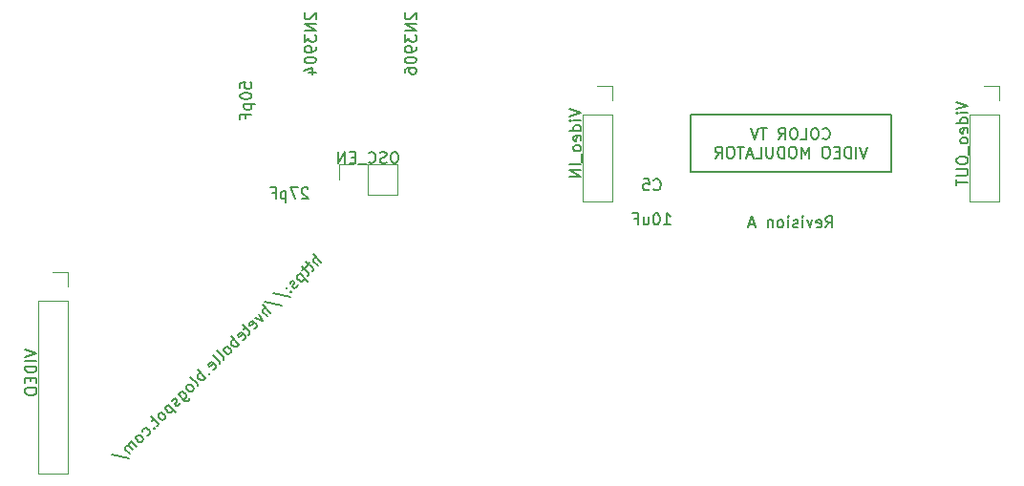
<source format=gbo>
G04 #@! TF.FileFunction,Legend,Bot*
%FSLAX46Y46*%
G04 Gerber Fmt 4.6, Leading zero omitted, Abs format (unit mm)*
G04 Created by KiCad (PCBNEW 4.0.7) date 02/20/19 17:10:50*
%MOMM*%
%LPD*%
G01*
G04 APERTURE LIST*
%ADD10C,0.100000*%
%ADD11C,0.150000*%
%ADD12C,0.200000*%
%ADD13C,0.120000*%
G04 APERTURE END LIST*
D10*
D11*
X126658333Y-57317143D02*
X126705952Y-57364762D01*
X126848809Y-57412381D01*
X126944047Y-57412381D01*
X127086905Y-57364762D01*
X127182143Y-57269524D01*
X127229762Y-57174286D01*
X127277381Y-56983810D01*
X127277381Y-56840952D01*
X127229762Y-56650476D01*
X127182143Y-56555238D01*
X127086905Y-56460000D01*
X126944047Y-56412381D01*
X126848809Y-56412381D01*
X126705952Y-56460000D01*
X126658333Y-56507619D01*
X126039286Y-56412381D02*
X125848809Y-56412381D01*
X125753571Y-56460000D01*
X125658333Y-56555238D01*
X125610714Y-56745714D01*
X125610714Y-57079048D01*
X125658333Y-57269524D01*
X125753571Y-57364762D01*
X125848809Y-57412381D01*
X126039286Y-57412381D01*
X126134524Y-57364762D01*
X126229762Y-57269524D01*
X126277381Y-57079048D01*
X126277381Y-56745714D01*
X126229762Y-56555238D01*
X126134524Y-56460000D01*
X126039286Y-56412381D01*
X124705952Y-57412381D02*
X125182143Y-57412381D01*
X125182143Y-56412381D01*
X124182143Y-56412381D02*
X123991666Y-56412381D01*
X123896428Y-56460000D01*
X123801190Y-56555238D01*
X123753571Y-56745714D01*
X123753571Y-57079048D01*
X123801190Y-57269524D01*
X123896428Y-57364762D01*
X123991666Y-57412381D01*
X124182143Y-57412381D01*
X124277381Y-57364762D01*
X124372619Y-57269524D01*
X124420238Y-57079048D01*
X124420238Y-56745714D01*
X124372619Y-56555238D01*
X124277381Y-56460000D01*
X124182143Y-56412381D01*
X122753571Y-57412381D02*
X123086905Y-56936190D01*
X123325000Y-57412381D02*
X123325000Y-56412381D01*
X122944047Y-56412381D01*
X122848809Y-56460000D01*
X122801190Y-56507619D01*
X122753571Y-56602857D01*
X122753571Y-56745714D01*
X122801190Y-56840952D01*
X122848809Y-56888571D01*
X122944047Y-56936190D01*
X123325000Y-56936190D01*
X121705952Y-56412381D02*
X121134523Y-56412381D01*
X121420238Y-57412381D02*
X121420238Y-56412381D01*
X120944047Y-56412381D02*
X120610714Y-57412381D01*
X120277380Y-56412381D01*
X130610714Y-58062381D02*
X130277381Y-59062381D01*
X129944047Y-58062381D01*
X129610714Y-59062381D02*
X129610714Y-58062381D01*
X129134524Y-59062381D02*
X129134524Y-58062381D01*
X128896429Y-58062381D01*
X128753571Y-58110000D01*
X128658333Y-58205238D01*
X128610714Y-58300476D01*
X128563095Y-58490952D01*
X128563095Y-58633810D01*
X128610714Y-58824286D01*
X128658333Y-58919524D01*
X128753571Y-59014762D01*
X128896429Y-59062381D01*
X129134524Y-59062381D01*
X128134524Y-58538571D02*
X127801190Y-58538571D01*
X127658333Y-59062381D02*
X128134524Y-59062381D01*
X128134524Y-58062381D01*
X127658333Y-58062381D01*
X127039286Y-58062381D02*
X126848809Y-58062381D01*
X126753571Y-58110000D01*
X126658333Y-58205238D01*
X126610714Y-58395714D01*
X126610714Y-58729048D01*
X126658333Y-58919524D01*
X126753571Y-59014762D01*
X126848809Y-59062381D01*
X127039286Y-59062381D01*
X127134524Y-59014762D01*
X127229762Y-58919524D01*
X127277381Y-58729048D01*
X127277381Y-58395714D01*
X127229762Y-58205238D01*
X127134524Y-58110000D01*
X127039286Y-58062381D01*
X125420238Y-59062381D02*
X125420238Y-58062381D01*
X125086904Y-58776667D01*
X124753571Y-58062381D01*
X124753571Y-59062381D01*
X124086905Y-58062381D02*
X123896428Y-58062381D01*
X123801190Y-58110000D01*
X123705952Y-58205238D01*
X123658333Y-58395714D01*
X123658333Y-58729048D01*
X123705952Y-58919524D01*
X123801190Y-59014762D01*
X123896428Y-59062381D01*
X124086905Y-59062381D01*
X124182143Y-59014762D01*
X124277381Y-58919524D01*
X124325000Y-58729048D01*
X124325000Y-58395714D01*
X124277381Y-58205238D01*
X124182143Y-58110000D01*
X124086905Y-58062381D01*
X123229762Y-59062381D02*
X123229762Y-58062381D01*
X122991667Y-58062381D01*
X122848809Y-58110000D01*
X122753571Y-58205238D01*
X122705952Y-58300476D01*
X122658333Y-58490952D01*
X122658333Y-58633810D01*
X122705952Y-58824286D01*
X122753571Y-58919524D01*
X122848809Y-59014762D01*
X122991667Y-59062381D01*
X123229762Y-59062381D01*
X122229762Y-58062381D02*
X122229762Y-58871905D01*
X122182143Y-58967143D01*
X122134524Y-59014762D01*
X122039286Y-59062381D01*
X121848809Y-59062381D01*
X121753571Y-59014762D01*
X121705952Y-58967143D01*
X121658333Y-58871905D01*
X121658333Y-58062381D01*
X120705952Y-59062381D02*
X121182143Y-59062381D01*
X121182143Y-58062381D01*
X120420238Y-58776667D02*
X119944047Y-58776667D01*
X120515476Y-59062381D02*
X120182143Y-58062381D01*
X119848809Y-59062381D01*
X119658333Y-58062381D02*
X119086904Y-58062381D01*
X119372619Y-59062381D02*
X119372619Y-58062381D01*
X118563095Y-58062381D02*
X118372618Y-58062381D01*
X118277380Y-58110000D01*
X118182142Y-58205238D01*
X118134523Y-58395714D01*
X118134523Y-58729048D01*
X118182142Y-58919524D01*
X118277380Y-59014762D01*
X118372618Y-59062381D01*
X118563095Y-59062381D01*
X118658333Y-59014762D01*
X118753571Y-58919524D01*
X118801190Y-58729048D01*
X118801190Y-58395714D01*
X118753571Y-58205238D01*
X118658333Y-58110000D01*
X118563095Y-58062381D01*
X117134523Y-59062381D02*
X117467857Y-58586190D01*
X117705952Y-59062381D02*
X117705952Y-58062381D01*
X117324999Y-58062381D01*
X117229761Y-58110000D01*
X117182142Y-58157619D01*
X117134523Y-58252857D01*
X117134523Y-58395714D01*
X117182142Y-58490952D01*
X117229761Y-58538571D01*
X117324999Y-58586190D01*
X117705952Y-58586190D01*
D12*
X132715000Y-60325000D02*
X132715000Y-55245000D01*
X114935000Y-60325000D02*
X132715000Y-60325000D01*
X114935000Y-55245000D02*
X114935000Y-60325000D01*
X132715000Y-55245000D02*
X114935000Y-55245000D01*
D11*
X126920238Y-65222381D02*
X127253572Y-64746190D01*
X127491667Y-65222381D02*
X127491667Y-64222381D01*
X127110714Y-64222381D01*
X127015476Y-64270000D01*
X126967857Y-64317619D01*
X126920238Y-64412857D01*
X126920238Y-64555714D01*
X126967857Y-64650952D01*
X127015476Y-64698571D01*
X127110714Y-64746190D01*
X127491667Y-64746190D01*
X126110714Y-65174762D02*
X126205952Y-65222381D01*
X126396429Y-65222381D01*
X126491667Y-65174762D01*
X126539286Y-65079524D01*
X126539286Y-64698571D01*
X126491667Y-64603333D01*
X126396429Y-64555714D01*
X126205952Y-64555714D01*
X126110714Y-64603333D01*
X126063095Y-64698571D01*
X126063095Y-64793810D01*
X126539286Y-64889048D01*
X125729762Y-64555714D02*
X125491667Y-65222381D01*
X125253571Y-64555714D01*
X124872619Y-65222381D02*
X124872619Y-64555714D01*
X124872619Y-64222381D02*
X124920238Y-64270000D01*
X124872619Y-64317619D01*
X124825000Y-64270000D01*
X124872619Y-64222381D01*
X124872619Y-64317619D01*
X124444048Y-65174762D02*
X124348810Y-65222381D01*
X124158334Y-65222381D01*
X124063095Y-65174762D01*
X124015476Y-65079524D01*
X124015476Y-65031905D01*
X124063095Y-64936667D01*
X124158334Y-64889048D01*
X124301191Y-64889048D01*
X124396429Y-64841429D01*
X124444048Y-64746190D01*
X124444048Y-64698571D01*
X124396429Y-64603333D01*
X124301191Y-64555714D01*
X124158334Y-64555714D01*
X124063095Y-64603333D01*
X123586905Y-65222381D02*
X123586905Y-64555714D01*
X123586905Y-64222381D02*
X123634524Y-64270000D01*
X123586905Y-64317619D01*
X123539286Y-64270000D01*
X123586905Y-64222381D01*
X123586905Y-64317619D01*
X122967858Y-65222381D02*
X123063096Y-65174762D01*
X123110715Y-65127143D01*
X123158334Y-65031905D01*
X123158334Y-64746190D01*
X123110715Y-64650952D01*
X123063096Y-64603333D01*
X122967858Y-64555714D01*
X122825000Y-64555714D01*
X122729762Y-64603333D01*
X122682143Y-64650952D01*
X122634524Y-64746190D01*
X122634524Y-65031905D01*
X122682143Y-65127143D01*
X122729762Y-65174762D01*
X122825000Y-65222381D01*
X122967858Y-65222381D01*
X122205953Y-64555714D02*
X122205953Y-65222381D01*
X122205953Y-64650952D02*
X122158334Y-64603333D01*
X122063096Y-64555714D01*
X121920238Y-64555714D01*
X121825000Y-64603333D01*
X121777381Y-64698571D01*
X121777381Y-65222381D01*
X120586905Y-64936667D02*
X120110714Y-64936667D01*
X120682143Y-65222381D02*
X120348810Y-64222381D01*
X120015476Y-65222381D01*
X82200553Y-68299210D02*
X81493447Y-67592103D01*
X81897507Y-68602256D02*
X81527118Y-68231867D01*
X81493446Y-68130851D01*
X81527118Y-68029836D01*
X81628133Y-67928820D01*
X81729149Y-67895149D01*
X81796492Y-67895149D01*
X81190400Y-68366553D02*
X80921027Y-68635927D01*
X80853683Y-68231867D02*
X81459775Y-68837958D01*
X81493447Y-68938973D01*
X81459775Y-69039988D01*
X81392431Y-69107332D01*
X80786339Y-68770615D02*
X80516965Y-69039988D01*
X80449622Y-68635928D02*
X81055714Y-69242020D01*
X81089385Y-69343035D01*
X81055714Y-69444050D01*
X80988370Y-69511393D01*
X80281263Y-69275691D02*
X80988369Y-69982798D01*
X80314934Y-69309363D02*
X80213919Y-69343035D01*
X80079232Y-69477722D01*
X80045560Y-69578737D01*
X80045560Y-69646081D01*
X80079232Y-69747096D01*
X80281263Y-69949127D01*
X80382278Y-69982799D01*
X80449621Y-69982799D01*
X80550636Y-69949127D01*
X80685324Y-69814439D01*
X80718996Y-69713424D01*
X80112904Y-70319516D02*
X80079232Y-70420531D01*
X79944545Y-70555218D01*
X79843530Y-70588890D01*
X79742514Y-70555219D01*
X79708843Y-70521547D01*
X79675171Y-70420532D01*
X79708843Y-70319516D01*
X79809859Y-70218501D01*
X79843530Y-70117486D01*
X79809858Y-70016470D01*
X79776186Y-69982798D01*
X79675171Y-69949126D01*
X79574156Y-69982798D01*
X79473141Y-70083813D01*
X79439468Y-70184829D01*
X79473141Y-70891936D02*
X79473141Y-70959279D01*
X79540484Y-70959279D01*
X79540484Y-70891936D01*
X79473141Y-70891936D01*
X79540484Y-70959279D01*
X79102751Y-70521546D02*
X79102751Y-70588890D01*
X79170095Y-70588890D01*
X79170095Y-70521546D01*
X79102751Y-70521546D01*
X79170095Y-70588890D01*
X77957912Y-71060294D02*
X79473141Y-71363340D01*
X77217133Y-71801073D02*
X78732362Y-72104118D01*
X77722210Y-72777553D02*
X77015103Y-72070447D01*
X77419164Y-73080600D02*
X77048774Y-72710210D01*
X77015102Y-72609195D01*
X77048774Y-72508180D01*
X77149790Y-72407164D01*
X77250805Y-72373492D01*
X77318149Y-72373492D01*
X76678385Y-72878569D02*
X76981431Y-73518332D01*
X76341667Y-73215286D01*
X76240652Y-74191768D02*
X76341667Y-74158096D01*
X76476355Y-74023408D01*
X76510027Y-73922393D01*
X76476355Y-73821378D01*
X76206981Y-73552004D01*
X76105965Y-73518332D01*
X76004950Y-73552004D01*
X75870263Y-73686691D01*
X75836591Y-73787706D01*
X75870263Y-73888722D01*
X75937607Y-73956066D01*
X76341668Y-73686691D01*
X75567217Y-73989737D02*
X75297843Y-74259110D01*
X75230500Y-73855050D02*
X75836592Y-74461141D01*
X75870263Y-74562157D01*
X75836592Y-74663172D01*
X75769248Y-74730515D01*
X75230499Y-75201921D02*
X75331514Y-75168249D01*
X75466202Y-75033561D01*
X75499874Y-74932546D01*
X75466202Y-74831531D01*
X75196828Y-74562157D01*
X75095812Y-74528485D01*
X74994797Y-74562157D01*
X74860110Y-74696844D01*
X74826438Y-74797859D01*
X74860110Y-74898874D01*
X74927454Y-74966219D01*
X75331515Y-74696844D01*
X74927454Y-75572310D02*
X74220347Y-74865203D01*
X74489721Y-75134576D02*
X74388706Y-75168248D01*
X74254018Y-75302936D01*
X74220346Y-75403951D01*
X74220346Y-75471294D01*
X74254018Y-75572310D01*
X74456049Y-75774341D01*
X74557064Y-75808012D01*
X74624408Y-75808012D01*
X74725423Y-75774341D01*
X74860110Y-75639653D01*
X74893782Y-75538638D01*
X74186675Y-76313088D02*
X74220347Y-76212073D01*
X74220347Y-76144729D01*
X74186675Y-76043714D01*
X73984644Y-75841683D01*
X73883629Y-75808012D01*
X73816286Y-75808012D01*
X73715271Y-75841683D01*
X73614255Y-75942699D01*
X73580583Y-76043714D01*
X73580583Y-76111058D01*
X73614255Y-76212073D01*
X73816286Y-76414104D01*
X73917301Y-76447776D01*
X73984644Y-76447776D01*
X74085659Y-76414104D01*
X74186675Y-76313088D01*
X73546912Y-76952851D02*
X73580584Y-76851836D01*
X73546912Y-76750821D01*
X72940820Y-76144729D01*
X73176522Y-77323241D02*
X73210194Y-77222226D01*
X73176522Y-77121211D01*
X72570431Y-76515119D01*
X72604102Y-77828318D02*
X72705117Y-77794646D01*
X72839804Y-77659959D01*
X72873476Y-77558944D01*
X72839804Y-77457929D01*
X72570430Y-77188554D01*
X72469415Y-77154882D01*
X72368400Y-77188554D01*
X72233712Y-77323242D01*
X72200040Y-77424257D01*
X72233712Y-77525272D01*
X72301056Y-77592616D01*
X72705118Y-77323242D01*
X72233713Y-78131364D02*
X72233713Y-78198707D01*
X72301056Y-78198707D01*
X72301056Y-78131364D01*
X72233713Y-78131364D01*
X72301056Y-78198707D01*
X71964339Y-78535424D02*
X71257232Y-77828317D01*
X71526606Y-78097691D02*
X71425591Y-78131363D01*
X71290903Y-78266050D01*
X71257232Y-78367066D01*
X71257232Y-78434409D01*
X71290903Y-78535424D01*
X71492934Y-78737455D01*
X71593950Y-78771127D01*
X71661293Y-78771127D01*
X71762308Y-78737455D01*
X71896996Y-78602768D01*
X71930667Y-78501753D01*
X71223561Y-79276203D02*
X71257232Y-79175188D01*
X71223561Y-79074172D01*
X70617469Y-78468081D01*
X70853171Y-79646592D02*
X70886843Y-79545577D01*
X70886843Y-79478234D01*
X70853171Y-79377219D01*
X70651140Y-79175188D01*
X70550125Y-79141516D01*
X70482781Y-79141516D01*
X70381766Y-79175188D01*
X70280750Y-79276203D01*
X70247079Y-79377219D01*
X70247079Y-79444562D01*
X70280750Y-79545577D01*
X70482781Y-79747608D01*
X70583797Y-79781280D01*
X70651140Y-79781280D01*
X70752155Y-79747608D01*
X70853171Y-79646592D01*
X69539972Y-80016982D02*
X70112392Y-80589402D01*
X70213407Y-80623074D01*
X70280750Y-80623074D01*
X70381766Y-80589401D01*
X70482781Y-80488386D01*
X70516453Y-80387371D01*
X69977705Y-80454715D02*
X70078720Y-80421043D01*
X70213408Y-80286356D01*
X70247079Y-80185341D01*
X70247079Y-80117997D01*
X70213408Y-80016982D01*
X70011377Y-79814951D01*
X69910362Y-79781279D01*
X69843018Y-79781279D01*
X69742003Y-79814951D01*
X69607315Y-79949638D01*
X69573644Y-80050654D01*
X69674659Y-80757760D02*
X69640988Y-80858776D01*
X69506301Y-80993462D01*
X69405285Y-81027135D01*
X69304270Y-80993463D01*
X69270598Y-80959791D01*
X69236926Y-80858776D01*
X69270599Y-80757760D01*
X69371614Y-80656745D01*
X69405286Y-80555730D01*
X69371613Y-80454714D01*
X69337942Y-80421043D01*
X69236926Y-80387371D01*
X69135911Y-80421043D01*
X69034896Y-80522058D01*
X69001224Y-80623074D01*
X68630835Y-80926119D02*
X69337942Y-81633226D01*
X68664507Y-80959791D02*
X68563491Y-80993462D01*
X68428804Y-81128150D01*
X68395132Y-81229165D01*
X68395132Y-81296509D01*
X68428804Y-81397524D01*
X68630835Y-81599555D01*
X68731850Y-81633227D01*
X68799193Y-81633227D01*
X68900209Y-81599555D01*
X69034896Y-81464867D01*
X69068568Y-81363852D01*
X68361461Y-82138302D02*
X68395133Y-82037287D01*
X68395133Y-81969944D01*
X68361461Y-81868929D01*
X68159430Y-81666898D01*
X68058415Y-81633226D01*
X67991071Y-81633226D01*
X67890056Y-81666898D01*
X67789040Y-81767913D01*
X67755369Y-81868929D01*
X67755369Y-81936272D01*
X67789040Y-82037287D01*
X67991071Y-82239318D01*
X68092087Y-82272990D01*
X68159430Y-82272990D01*
X68260445Y-82239318D01*
X68361461Y-82138302D01*
X67452323Y-82104631D02*
X67182950Y-82374004D01*
X67115606Y-81969944D02*
X67721698Y-82576035D01*
X67755369Y-82677050D01*
X67721698Y-82778066D01*
X67654354Y-82845409D01*
X67351308Y-83013768D02*
X67351308Y-83081112D01*
X67418652Y-83081112D01*
X67418652Y-83013768D01*
X67351308Y-83013768D01*
X67418652Y-83081112D01*
X66745216Y-83687203D02*
X66846232Y-83653532D01*
X66980919Y-83518844D01*
X67014591Y-83417829D01*
X67014591Y-83350486D01*
X66980919Y-83249470D01*
X66778888Y-83047439D01*
X66677873Y-83013768D01*
X66610530Y-83013768D01*
X66509514Y-83047439D01*
X66374827Y-83182127D01*
X66341155Y-83283142D01*
X66374828Y-84124936D02*
X66408499Y-84023921D01*
X66408499Y-83956577D01*
X66374828Y-83855562D01*
X66172797Y-83653531D01*
X66071781Y-83619859D01*
X66004438Y-83619859D01*
X65903423Y-83653531D01*
X65802407Y-83754547D01*
X65768735Y-83855562D01*
X65768735Y-83922905D01*
X65802407Y-84023921D01*
X66004438Y-84225952D01*
X66105453Y-84259623D01*
X66172797Y-84259623D01*
X66273812Y-84225952D01*
X66374828Y-84124936D01*
X65836079Y-84663684D02*
X65364675Y-84192279D01*
X65432018Y-84259623D02*
X65364675Y-84259623D01*
X65263659Y-84293294D01*
X65162644Y-84394310D01*
X65128972Y-84495325D01*
X65162644Y-84596341D01*
X65533033Y-84966730D01*
X65162644Y-84596341D02*
X65061628Y-84562669D01*
X64960613Y-84596341D01*
X64859598Y-84697356D01*
X64825926Y-84798371D01*
X64859598Y-84899386D01*
X65229988Y-85269776D01*
X63647416Y-85370791D02*
X65162644Y-85673836D01*
D13*
X59750000Y-87055000D02*
X57090000Y-87055000D01*
X59750000Y-71755000D02*
X59750000Y-87055000D01*
X57090000Y-71755000D02*
X57090000Y-87055000D01*
X59750000Y-71755000D02*
X57090000Y-71755000D01*
X59750000Y-70485000D02*
X59750000Y-69155000D01*
X59750000Y-69155000D02*
X58420000Y-69155000D01*
X108010000Y-62925000D02*
X105350000Y-62925000D01*
X108010000Y-55245000D02*
X108010000Y-62925000D01*
X105350000Y-55245000D02*
X105350000Y-62925000D01*
X108010000Y-55245000D02*
X105350000Y-55245000D01*
X108010000Y-53975000D02*
X108010000Y-52645000D01*
X108010000Y-52645000D02*
X106680000Y-52645000D01*
X142300000Y-62925000D02*
X139640000Y-62925000D01*
X142300000Y-55245000D02*
X142300000Y-62925000D01*
X139640000Y-55245000D02*
X139640000Y-62925000D01*
X142300000Y-55245000D02*
X139640000Y-55245000D01*
X142300000Y-53975000D02*
X142300000Y-52645000D01*
X142300000Y-52645000D02*
X140970000Y-52645000D01*
X88960000Y-59630000D02*
X88960000Y-62290000D01*
X86360000Y-59630000D02*
X88960000Y-59630000D01*
X86360000Y-62290000D02*
X88960000Y-62290000D01*
X86360000Y-59630000D02*
X86360000Y-62290000D01*
X85090000Y-59630000D02*
X83760000Y-59630000D01*
X83760000Y-59630000D02*
X83760000Y-60960000D01*
D11*
X55967381Y-76057381D02*
X56967381Y-76390714D01*
X55967381Y-76724048D01*
X56967381Y-77057381D02*
X55967381Y-77057381D01*
X56967381Y-77533571D02*
X55967381Y-77533571D01*
X55967381Y-77771666D01*
X56015000Y-77914524D01*
X56110238Y-78009762D01*
X56205476Y-78057381D01*
X56395952Y-78105000D01*
X56538810Y-78105000D01*
X56729286Y-78057381D01*
X56824524Y-78009762D01*
X56919762Y-77914524D01*
X56967381Y-77771666D01*
X56967381Y-77533571D01*
X56443571Y-78533571D02*
X56443571Y-78866905D01*
X56967381Y-79009762D02*
X56967381Y-78533571D01*
X55967381Y-78533571D01*
X55967381Y-79009762D01*
X55967381Y-79628809D02*
X55967381Y-79819286D01*
X56015000Y-79914524D01*
X56110238Y-80009762D01*
X56300714Y-80057381D01*
X56634048Y-80057381D01*
X56824524Y-80009762D01*
X56919762Y-79914524D01*
X56967381Y-79819286D01*
X56967381Y-79628809D01*
X56919762Y-79533571D01*
X56824524Y-79438333D01*
X56634048Y-79390714D01*
X56300714Y-79390714D01*
X56110238Y-79438333D01*
X56015000Y-79533571D01*
X55967381Y-79628809D01*
X75017381Y-52855953D02*
X75017381Y-52379762D01*
X75493571Y-52332143D01*
X75445952Y-52379762D01*
X75398333Y-52475000D01*
X75398333Y-52713096D01*
X75445952Y-52808334D01*
X75493571Y-52855953D01*
X75588810Y-52903572D01*
X75826905Y-52903572D01*
X75922143Y-52855953D01*
X75969762Y-52808334D01*
X76017381Y-52713096D01*
X76017381Y-52475000D01*
X75969762Y-52379762D01*
X75922143Y-52332143D01*
X75017381Y-53522619D02*
X75017381Y-53617858D01*
X75065000Y-53713096D01*
X75112619Y-53760715D01*
X75207857Y-53808334D01*
X75398333Y-53855953D01*
X75636429Y-53855953D01*
X75826905Y-53808334D01*
X75922143Y-53760715D01*
X75969762Y-53713096D01*
X76017381Y-53617858D01*
X76017381Y-53522619D01*
X75969762Y-53427381D01*
X75922143Y-53379762D01*
X75826905Y-53332143D01*
X75636429Y-53284524D01*
X75398333Y-53284524D01*
X75207857Y-53332143D01*
X75112619Y-53379762D01*
X75065000Y-53427381D01*
X75017381Y-53522619D01*
X75350714Y-54284524D02*
X76350714Y-54284524D01*
X75398333Y-54284524D02*
X75350714Y-54379762D01*
X75350714Y-54570239D01*
X75398333Y-54665477D01*
X75445952Y-54713096D01*
X75541190Y-54760715D01*
X75826905Y-54760715D01*
X75922143Y-54713096D01*
X75969762Y-54665477D01*
X76017381Y-54570239D01*
X76017381Y-54379762D01*
X75969762Y-54284524D01*
X75493571Y-55522620D02*
X75493571Y-55189286D01*
X76017381Y-55189286D02*
X75017381Y-55189286D01*
X75017381Y-55665477D01*
X81017857Y-61777619D02*
X80970238Y-61730000D01*
X80875000Y-61682381D01*
X80636904Y-61682381D01*
X80541666Y-61730000D01*
X80494047Y-61777619D01*
X80446428Y-61872857D01*
X80446428Y-61968095D01*
X80494047Y-62110952D01*
X81065476Y-62682381D01*
X80446428Y-62682381D01*
X80113095Y-61682381D02*
X79446428Y-61682381D01*
X79875000Y-62682381D01*
X79065476Y-62015714D02*
X79065476Y-63015714D01*
X79065476Y-62063333D02*
X78970238Y-62015714D01*
X78779761Y-62015714D01*
X78684523Y-62063333D01*
X78636904Y-62110952D01*
X78589285Y-62206190D01*
X78589285Y-62491905D01*
X78636904Y-62587143D01*
X78684523Y-62634762D01*
X78779761Y-62682381D01*
X78970238Y-62682381D01*
X79065476Y-62634762D01*
X77827380Y-62158571D02*
X78160714Y-62158571D01*
X78160714Y-62682381D02*
X78160714Y-61682381D01*
X77684523Y-61682381D01*
X111672666Y-61825143D02*
X111720285Y-61872762D01*
X111863142Y-61920381D01*
X111958380Y-61920381D01*
X112101238Y-61872762D01*
X112196476Y-61777524D01*
X112244095Y-61682286D01*
X112291714Y-61491810D01*
X112291714Y-61348952D01*
X112244095Y-61158476D01*
X112196476Y-61063238D01*
X112101238Y-60968000D01*
X111958380Y-60920381D01*
X111863142Y-60920381D01*
X111720285Y-60968000D01*
X111672666Y-61015619D01*
X110767904Y-60920381D02*
X111244095Y-60920381D01*
X111291714Y-61396571D01*
X111244095Y-61348952D01*
X111148857Y-61301333D01*
X110910761Y-61301333D01*
X110815523Y-61348952D01*
X110767904Y-61396571D01*
X110720285Y-61491810D01*
X110720285Y-61729905D01*
X110767904Y-61825143D01*
X110815523Y-61872762D01*
X110910761Y-61920381D01*
X111148857Y-61920381D01*
X111244095Y-61872762D01*
X111291714Y-61825143D01*
X112577428Y-64968381D02*
X113148857Y-64968381D01*
X112863143Y-64968381D02*
X112863143Y-63968381D01*
X112958381Y-64111238D01*
X113053619Y-64206476D01*
X113148857Y-64254095D01*
X111958381Y-63968381D02*
X111863142Y-63968381D01*
X111767904Y-64016000D01*
X111720285Y-64063619D01*
X111672666Y-64158857D01*
X111625047Y-64349333D01*
X111625047Y-64587429D01*
X111672666Y-64777905D01*
X111720285Y-64873143D01*
X111767904Y-64920762D01*
X111863142Y-64968381D01*
X111958381Y-64968381D01*
X112053619Y-64920762D01*
X112101238Y-64873143D01*
X112148857Y-64777905D01*
X112196476Y-64587429D01*
X112196476Y-64349333D01*
X112148857Y-64158857D01*
X112101238Y-64063619D01*
X112053619Y-64016000D01*
X111958381Y-63968381D01*
X110767904Y-64301714D02*
X110767904Y-64968381D01*
X111196476Y-64301714D02*
X111196476Y-64825524D01*
X111148857Y-64920762D01*
X111053619Y-64968381D01*
X110910761Y-64968381D01*
X110815523Y-64920762D01*
X110767904Y-64873143D01*
X109958380Y-64444571D02*
X110291714Y-64444571D01*
X110291714Y-64968381D02*
X110291714Y-63968381D01*
X109815523Y-63968381D01*
X104227381Y-54737381D02*
X105227381Y-55070714D01*
X104227381Y-55404048D01*
X105227381Y-55737381D02*
X104560714Y-55737381D01*
X104227381Y-55737381D02*
X104275000Y-55689762D01*
X104322619Y-55737381D01*
X104275000Y-55785000D01*
X104227381Y-55737381D01*
X104322619Y-55737381D01*
X105227381Y-56642143D02*
X104227381Y-56642143D01*
X105179762Y-56642143D02*
X105227381Y-56546905D01*
X105227381Y-56356428D01*
X105179762Y-56261190D01*
X105132143Y-56213571D01*
X105036905Y-56165952D01*
X104751190Y-56165952D01*
X104655952Y-56213571D01*
X104608333Y-56261190D01*
X104560714Y-56356428D01*
X104560714Y-56546905D01*
X104608333Y-56642143D01*
X105179762Y-57499286D02*
X105227381Y-57404048D01*
X105227381Y-57213571D01*
X105179762Y-57118333D01*
X105084524Y-57070714D01*
X104703571Y-57070714D01*
X104608333Y-57118333D01*
X104560714Y-57213571D01*
X104560714Y-57404048D01*
X104608333Y-57499286D01*
X104703571Y-57546905D01*
X104798810Y-57546905D01*
X104894048Y-57070714D01*
X105227381Y-58118333D02*
X105179762Y-58023095D01*
X105132143Y-57975476D01*
X105036905Y-57927857D01*
X104751190Y-57927857D01*
X104655952Y-57975476D01*
X104608333Y-58023095D01*
X104560714Y-58118333D01*
X104560714Y-58261191D01*
X104608333Y-58356429D01*
X104655952Y-58404048D01*
X104751190Y-58451667D01*
X105036905Y-58451667D01*
X105132143Y-58404048D01*
X105179762Y-58356429D01*
X105227381Y-58261191D01*
X105227381Y-58118333D01*
X105322619Y-58642143D02*
X105322619Y-59404048D01*
X105227381Y-59642143D02*
X104227381Y-59642143D01*
X105227381Y-60118333D02*
X104227381Y-60118333D01*
X105227381Y-60689762D01*
X104227381Y-60689762D01*
X138517381Y-54070714D02*
X139517381Y-54404047D01*
X138517381Y-54737381D01*
X139517381Y-55070714D02*
X138850714Y-55070714D01*
X138517381Y-55070714D02*
X138565000Y-55023095D01*
X138612619Y-55070714D01*
X138565000Y-55118333D01*
X138517381Y-55070714D01*
X138612619Y-55070714D01*
X139517381Y-55975476D02*
X138517381Y-55975476D01*
X139469762Y-55975476D02*
X139517381Y-55880238D01*
X139517381Y-55689761D01*
X139469762Y-55594523D01*
X139422143Y-55546904D01*
X139326905Y-55499285D01*
X139041190Y-55499285D01*
X138945952Y-55546904D01*
X138898333Y-55594523D01*
X138850714Y-55689761D01*
X138850714Y-55880238D01*
X138898333Y-55975476D01*
X139469762Y-56832619D02*
X139517381Y-56737381D01*
X139517381Y-56546904D01*
X139469762Y-56451666D01*
X139374524Y-56404047D01*
X138993571Y-56404047D01*
X138898333Y-56451666D01*
X138850714Y-56546904D01*
X138850714Y-56737381D01*
X138898333Y-56832619D01*
X138993571Y-56880238D01*
X139088810Y-56880238D01*
X139184048Y-56404047D01*
X139517381Y-57451666D02*
X139469762Y-57356428D01*
X139422143Y-57308809D01*
X139326905Y-57261190D01*
X139041190Y-57261190D01*
X138945952Y-57308809D01*
X138898333Y-57356428D01*
X138850714Y-57451666D01*
X138850714Y-57594524D01*
X138898333Y-57689762D01*
X138945952Y-57737381D01*
X139041190Y-57785000D01*
X139326905Y-57785000D01*
X139422143Y-57737381D01*
X139469762Y-57689762D01*
X139517381Y-57594524D01*
X139517381Y-57451666D01*
X139612619Y-57975476D02*
X139612619Y-58737381D01*
X138517381Y-59165952D02*
X138517381Y-59356429D01*
X138565000Y-59451667D01*
X138660238Y-59546905D01*
X138850714Y-59594524D01*
X139184048Y-59594524D01*
X139374524Y-59546905D01*
X139469762Y-59451667D01*
X139517381Y-59356429D01*
X139517381Y-59165952D01*
X139469762Y-59070714D01*
X139374524Y-58975476D01*
X139184048Y-58927857D01*
X138850714Y-58927857D01*
X138660238Y-58975476D01*
X138565000Y-59070714D01*
X138517381Y-59165952D01*
X138517381Y-60023095D02*
X139326905Y-60023095D01*
X139422143Y-60070714D01*
X139469762Y-60118333D01*
X139517381Y-60213571D01*
X139517381Y-60404048D01*
X139469762Y-60499286D01*
X139422143Y-60546905D01*
X139326905Y-60594524D01*
X138517381Y-60594524D01*
X138517381Y-60927857D02*
X138517381Y-61499286D01*
X139517381Y-61213571D02*
X138517381Y-61213571D01*
X89717619Y-46180714D02*
X89670000Y-46228333D01*
X89622381Y-46323571D01*
X89622381Y-46561667D01*
X89670000Y-46656905D01*
X89717619Y-46704524D01*
X89812857Y-46752143D01*
X89908095Y-46752143D01*
X90050952Y-46704524D01*
X90622381Y-46133095D01*
X90622381Y-46752143D01*
X90622381Y-47180714D02*
X89622381Y-47180714D01*
X90622381Y-47752143D01*
X89622381Y-47752143D01*
X89622381Y-48133095D02*
X89622381Y-48752143D01*
X90003333Y-48418809D01*
X90003333Y-48561667D01*
X90050952Y-48656905D01*
X90098571Y-48704524D01*
X90193810Y-48752143D01*
X90431905Y-48752143D01*
X90527143Y-48704524D01*
X90574762Y-48656905D01*
X90622381Y-48561667D01*
X90622381Y-48275952D01*
X90574762Y-48180714D01*
X90527143Y-48133095D01*
X90622381Y-49228333D02*
X90622381Y-49418809D01*
X90574762Y-49514048D01*
X90527143Y-49561667D01*
X90384286Y-49656905D01*
X90193810Y-49704524D01*
X89812857Y-49704524D01*
X89717619Y-49656905D01*
X89670000Y-49609286D01*
X89622381Y-49514048D01*
X89622381Y-49323571D01*
X89670000Y-49228333D01*
X89717619Y-49180714D01*
X89812857Y-49133095D01*
X90050952Y-49133095D01*
X90146190Y-49180714D01*
X90193810Y-49228333D01*
X90241429Y-49323571D01*
X90241429Y-49514048D01*
X90193810Y-49609286D01*
X90146190Y-49656905D01*
X90050952Y-49704524D01*
X89622381Y-50323571D02*
X89622381Y-50418810D01*
X89670000Y-50514048D01*
X89717619Y-50561667D01*
X89812857Y-50609286D01*
X90003333Y-50656905D01*
X90241429Y-50656905D01*
X90431905Y-50609286D01*
X90527143Y-50561667D01*
X90574762Y-50514048D01*
X90622381Y-50418810D01*
X90622381Y-50323571D01*
X90574762Y-50228333D01*
X90527143Y-50180714D01*
X90431905Y-50133095D01*
X90241429Y-50085476D01*
X90003333Y-50085476D01*
X89812857Y-50133095D01*
X89717619Y-50180714D01*
X89670000Y-50228333D01*
X89622381Y-50323571D01*
X89622381Y-51514048D02*
X89622381Y-51323571D01*
X89670000Y-51228333D01*
X89717619Y-51180714D01*
X89860476Y-51085476D01*
X90050952Y-51037857D01*
X90431905Y-51037857D01*
X90527143Y-51085476D01*
X90574762Y-51133095D01*
X90622381Y-51228333D01*
X90622381Y-51418810D01*
X90574762Y-51514048D01*
X90527143Y-51561667D01*
X90431905Y-51609286D01*
X90193810Y-51609286D01*
X90098571Y-51561667D01*
X90050952Y-51514048D01*
X90003333Y-51418810D01*
X90003333Y-51228333D01*
X90050952Y-51133095D01*
X90098571Y-51085476D01*
X90193810Y-51037857D01*
X80827619Y-46180714D02*
X80780000Y-46228333D01*
X80732381Y-46323571D01*
X80732381Y-46561667D01*
X80780000Y-46656905D01*
X80827619Y-46704524D01*
X80922857Y-46752143D01*
X81018095Y-46752143D01*
X81160952Y-46704524D01*
X81732381Y-46133095D01*
X81732381Y-46752143D01*
X81732381Y-47180714D02*
X80732381Y-47180714D01*
X81732381Y-47752143D01*
X80732381Y-47752143D01*
X80732381Y-48133095D02*
X80732381Y-48752143D01*
X81113333Y-48418809D01*
X81113333Y-48561667D01*
X81160952Y-48656905D01*
X81208571Y-48704524D01*
X81303810Y-48752143D01*
X81541905Y-48752143D01*
X81637143Y-48704524D01*
X81684762Y-48656905D01*
X81732381Y-48561667D01*
X81732381Y-48275952D01*
X81684762Y-48180714D01*
X81637143Y-48133095D01*
X81732381Y-49228333D02*
X81732381Y-49418809D01*
X81684762Y-49514048D01*
X81637143Y-49561667D01*
X81494286Y-49656905D01*
X81303810Y-49704524D01*
X80922857Y-49704524D01*
X80827619Y-49656905D01*
X80780000Y-49609286D01*
X80732381Y-49514048D01*
X80732381Y-49323571D01*
X80780000Y-49228333D01*
X80827619Y-49180714D01*
X80922857Y-49133095D01*
X81160952Y-49133095D01*
X81256190Y-49180714D01*
X81303810Y-49228333D01*
X81351429Y-49323571D01*
X81351429Y-49514048D01*
X81303810Y-49609286D01*
X81256190Y-49656905D01*
X81160952Y-49704524D01*
X80732381Y-50323571D02*
X80732381Y-50418810D01*
X80780000Y-50514048D01*
X80827619Y-50561667D01*
X80922857Y-50609286D01*
X81113333Y-50656905D01*
X81351429Y-50656905D01*
X81541905Y-50609286D01*
X81637143Y-50561667D01*
X81684762Y-50514048D01*
X81732381Y-50418810D01*
X81732381Y-50323571D01*
X81684762Y-50228333D01*
X81637143Y-50180714D01*
X81541905Y-50133095D01*
X81351429Y-50085476D01*
X81113333Y-50085476D01*
X80922857Y-50133095D01*
X80827619Y-50180714D01*
X80780000Y-50228333D01*
X80732381Y-50323571D01*
X81065714Y-51514048D02*
X81732381Y-51514048D01*
X80684762Y-51275952D02*
X81399048Y-51037857D01*
X81399048Y-51656905D01*
X88788572Y-58507381D02*
X88598095Y-58507381D01*
X88502857Y-58555000D01*
X88407619Y-58650238D01*
X88360000Y-58840714D01*
X88360000Y-59174048D01*
X88407619Y-59364524D01*
X88502857Y-59459762D01*
X88598095Y-59507381D01*
X88788572Y-59507381D01*
X88883810Y-59459762D01*
X88979048Y-59364524D01*
X89026667Y-59174048D01*
X89026667Y-58840714D01*
X88979048Y-58650238D01*
X88883810Y-58555000D01*
X88788572Y-58507381D01*
X87979048Y-59459762D02*
X87836191Y-59507381D01*
X87598095Y-59507381D01*
X87502857Y-59459762D01*
X87455238Y-59412143D01*
X87407619Y-59316905D01*
X87407619Y-59221667D01*
X87455238Y-59126429D01*
X87502857Y-59078810D01*
X87598095Y-59031190D01*
X87788572Y-58983571D01*
X87883810Y-58935952D01*
X87931429Y-58888333D01*
X87979048Y-58793095D01*
X87979048Y-58697857D01*
X87931429Y-58602619D01*
X87883810Y-58555000D01*
X87788572Y-58507381D01*
X87550476Y-58507381D01*
X87407619Y-58555000D01*
X86407619Y-59412143D02*
X86455238Y-59459762D01*
X86598095Y-59507381D01*
X86693333Y-59507381D01*
X86836191Y-59459762D01*
X86931429Y-59364524D01*
X86979048Y-59269286D01*
X87026667Y-59078810D01*
X87026667Y-58935952D01*
X86979048Y-58745476D01*
X86931429Y-58650238D01*
X86836191Y-58555000D01*
X86693333Y-58507381D01*
X86598095Y-58507381D01*
X86455238Y-58555000D01*
X86407619Y-58602619D01*
X86217143Y-59602619D02*
X85455238Y-59602619D01*
X85217143Y-58983571D02*
X84883809Y-58983571D01*
X84740952Y-59507381D02*
X85217143Y-59507381D01*
X85217143Y-58507381D01*
X84740952Y-58507381D01*
X84312381Y-59507381D02*
X84312381Y-58507381D01*
X83740952Y-59507381D01*
X83740952Y-58507381D01*
M02*

</source>
